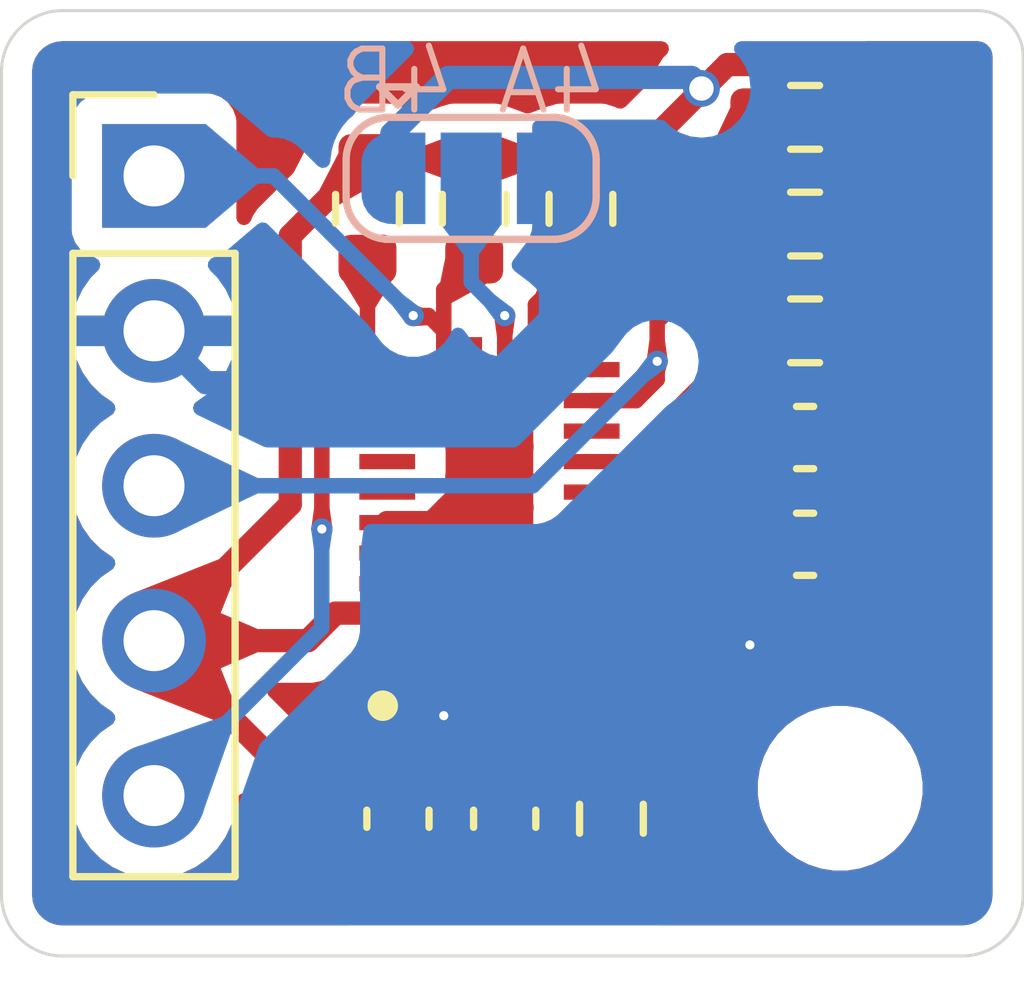
<source format=kicad_pcb>
(kicad_pcb (version 20240108) (generator "pcbnew") (generator_version "8.0")
  (layers (0 "F.Cu" signal) (31 "B.Cu" signal) (34 "B.Paste" user) (35 "F.Paste" user) (36 "B.SilkS" user "B.Silkscreen") (37 "F.SilkS" user "F.Silkscreen") (38 "B.Mask" user) (39 "F.Mask" user) (44 "Edge.Cuts" user))
  (net 0 "")
  (net 1 "GND")
  (net 2 "BNO_SCL")
  (net 3 "BNO_SDA")
  (net 4 "+3.3V")
  (net 5 "BNO_INT2")
  (net 6 "Net-(JP1-C)")
  (net 7 "Net-(U1-CAP)")
  (net 8 "Net-(U1-BOOTN)")
  (net 9 "Net-(U1-NRST)")
  (net 10 "Net-(U1-ENV_SCL)")
  (net 11 "Net-(U1-ENV_SDA)")
  (footprint "Resistor_SMD:R_0603_1608Metric" (layer "F.Cu") (at 101.15 97.6 -90)
    (property "Reference" "R4" (hide yes))
    (property "Value" "2.2k")
    (fp_line (start -0.237258 0.5225) (end 0.237258 0.5225) (stroke (width 0.12)) (layer "F.SilkS"))
    (fp_line (start -0.237258 -0.5225) (end 0.237258 -0.5225) (stroke (width 0.12)) (layer "F.SilkS"))
    (pad "1" smd roundrect (at -0.825 0 270) (size 0.8 0.95) (layers "F.Cu" "F.Paste" "F.Mask") (net 4 "+3.3V"))
    (pad "2" smd roundrect (at 0.825 0 270) (size 0.8 0.95) (layers "F.Cu" "F.Paste" "F.Mask") (net 2 "BNO_SCL"))
  )
  (footprint "Resistor_SMD:R_0603_1608Metric" (layer "F.Cu") (at 106.575 99.6)
    (property "Reference" "R2" (hide yes))
    (property "Value" "10k" (hide yes))
    (fp_line (start -0.237258 -0.5225) (end 0.237258 -0.5225) (stroke (width 0.12)) (layer "F.SilkS"))
    (fp_line (start -0.237258 0.5225) (end 0.237258 0.5225) (stroke (width 0.12)) (layer "F.SilkS"))
    (pad "1" smd roundrect (at -0.825 0) (size 0.8 0.95) (layers "F.Cu" "F.Paste" "F.Mask") (net 9 "Net-(U1-NRST)"))
    (pad "2" smd roundrect (at 0.825 0) (size 0.8 0.95) (layers "F.Cu" "F.Paste" "F.Mask") (net 4 "+3.3V"))
  )
  (footprint "Connector_PinHeader_2.54mm:PinHeader_1x05_P2.54mm_Vertical" (layer "F.Cu") (at 95.9 97.06)
    (property "Reference" "J1" (hide yes))
    (property "Value" "Conn_01x05" (hide yes))
    (fp_line (start -1.33 -1.33) (end 0 -1.33) (stroke (width 0.12)) (layer "F.SilkS"))
    (fp_line (start -1.33 0) (end -1.33 -1.33) (stroke (width 0.12)) (layer "F.SilkS"))
    (fp_line (start -1.33 1.27) (end -1.33 11.49) (stroke (width 0.12)) (layer "F.SilkS"))
    (fp_line (start -1.33 1.27) (end 1.33 1.27) (stroke (width 0.12)) (layer "F.SilkS"))
    (fp_line (start -1.33 11.49) (end 1.33 11.49) (stroke (width 0.12)) (layer "F.SilkS"))
    (fp_line (start 1.33 1.27) (end 1.33 11.49) (stroke (width 0.12)) (layer "F.SilkS"))
    (pad "1" thru_hole rect (at 0 0) (size 1.7 1.7) (drill 1) (layers "*.Cu" "*.Mask") (net 2 "BNO_SCL"))
    (pad "2" thru_hole oval (at 0 2.54) (size 1.7 1.7) (drill 1) (layers "*.Cu" "*.Mask") (net 1 "GND"))
    (pad "3" thru_hole oval (at 0 5.08) (size 1.7 1.7) (drill 1) (layers "*.Cu" "*.Mask") (net 5 "BNO_INT2"))
    (pad "4" thru_hole oval (at 0 7.62) (size 1.7 1.7) (drill 1) (layers "*.Cu" "*.Mask") (net 4 "+3.3V"))
    (pad "5" thru_hole oval (at 0 10.16) (size 1.7 1.7) (drill 1) (layers "*.Cu" "*.Mask") (net 3 "BNO_SDA"))
  )
  (footprint "Resistor_SMD:R_0603_1608Metric" (layer "F.Cu") (at 106.575 97.85 180)
    (property "Reference" "R5" (hide yes))
    (property "Value" "10k" (hide yes))
    (fp_line (start -0.237258 0.5225) (end 0.237258 0.5225) (stroke (width 0.12)) (layer "F.SilkS"))
    (fp_line (start -0.237258 -0.5225) (end 0.237258 -0.5225) (stroke (width 0.12)) (layer "F.SilkS"))
    (pad "1" smd roundrect (at -0.825 0 180) (size 0.8 0.95) (layers "F.Cu" "F.Paste" "F.Mask") (net 4 "+3.3V"))
    (pad "2" smd roundrect (at 0.825 0 180) (size 0.8 0.95) (layers "F.Cu" "F.Paste" "F.Mask") (net 5 "BNO_INT2"))
  )
  (footprint "Resistor_SMD:R_0603_1608Metric" (layer "F.Cu") (at 106.575 96.1)
    (property "Reference" "R6" (hide yes))
    (property "Value" "2.2k" (hide yes))
    (fp_line (start -0.237258 -0.5225) (end 0.237258 -0.5225) (stroke (width 0.12)) (layer "F.SilkS"))
    (fp_line (start -0.237258 0.5225) (end 0.237258 0.5225) (stroke (width 0.12)) (layer "F.SilkS"))
    (pad "1" smd roundrect (at -0.825 0) (size 0.8 0.95) (layers "F.Cu" "F.Paste" "F.Mask") (net 10 "Net-(U1-ENV_SCL)"))
    (pad "2" smd roundrect (at 0.825 0) (size 0.8 0.95) (layers "F.Cu" "F.Paste" "F.Mask") (net 4 "+3.3V"))
  )
  (footprint "Capacitor_SMD:C_0603_1608Metric" (layer "F.Cu") (at 106.575 101.35 180)
    (property "Reference" "C1" (hide yes))
    (property "Value" "0.1uF" (hide yes))
    (fp_line (start -0.14058 0.51) (end 0.14058 0.51) (stroke (width 0.12)) (layer "F.SilkS"))
    (fp_line (start -0.14058 -0.51) (end 0.14058 -0.51) (stroke (width 0.12)) (layer "F.SilkS"))
    (pad "1" smd roundrect (at -0.775 0 180) (size 0.9 0.95) (layers "F.Cu" "F.Paste" "F.Mask") (net 1 "GND"))
    (pad "2" smd roundrect (at 0.775 0 180) (size 0.9 0.95) (layers "F.Cu" "F.Paste" "F.Mask") (net 4 "+3.3V"))
  )
  (footprint "Resistor_SMD:R_0603_1608Metric" (layer "F.Cu") (at 99.4 97.6 -90)
    (property "Reference" "R3" (hide yes))
    (property "Value" "2.2k")
    (fp_line (start -0.237258 0.5225) (end 0.237258 0.5225) (stroke (width 0.12)) (layer "F.SilkS"))
    (fp_line (start -0.237258 -0.5225) (end 0.237258 -0.5225) (stroke (width 0.12)) (layer "F.SilkS"))
    (pad "1" smd roundrect (at -0.825 0 270) (size 0.8 0.95) (layers "F.Cu" "F.Paste" "F.Mask") (net 4 "+3.3V"))
    (pad "2" smd roundrect (at 0.825 0 270) (size 0.8 0.95) (layers "F.Cu" "F.Paste" "F.Mask") (net 3 "BNO_SDA"))
  )
  (footprint "Resistor_SMD:R_0603_1608Metric" (layer "F.Cu") (at 102.9 97.6 90)
    (property "Reference" "R7" (hide yes))
    (property "Value" "2.2k")
    (fp_line (start -0.237258 -0.5225) (end 0.237258 -0.5225) (stroke (width 0.12)) (layer "F.SilkS"))
    (fp_line (start -0.237258 0.5225) (end 0.237258 0.5225) (stroke (width 0.12)) (layer "F.SilkS"))
    (pad "1" smd roundrect (at -0.825 0 90) (size 0.8 0.95) (layers "F.Cu" "F.Paste" "F.Mask") (net 11 "Net-(U1-ENV_SDA)"))
    (pad "2" smd roundrect (at 0.825 0 90) (size 0.8 0.95) (layers "F.Cu" "F.Paste" "F.Mask") (net 4 "+3.3V"))
  )
  (footprint "BNO_BreakOut:updatedBNO" (layer "F.Cu") (at 99.9268 103.894)
    (property "Reference" "U1" (hide yes))
    (property "Value" "BNO085" (hide yes))
    (fp_circle (center -0.27587 1.853) (end -0.27587 1.728) (stroke (width 0.25)) (fill none) (layer "F.SilkS"))
    (pad "1" smd rect (at -0.2032 0.8504 90) (size 0.25 0.9144) (layers "F.Cu" "F.Paste" "F.Mask"))
    (pad "2" smd rect (at 0.72413 1.0414 180) (size 0.25 0.8128) (layers "F.Cu" "F.Paste" "F.Mask") (net 1 "GND"))
    (pad "3" smd rect (at 1.2272 1.0414 180) (size 0.25 0.8128) (layers "F.Cu" "F.Paste" "F.Mask") (net 4 "+3.3V"))
    (pad "4" smd rect (at 1.7272 1.0414 180) (size 0.25 0.8128) (layers "F.Cu" "F.Paste" "F.Mask") (net 8 "Net-(U1-BOOTN)"))
    (pad "5" smd rect (at 2.22719 1.0414 180) (size 0.25 0.8128) (layers "F.Cu" "F.Paste" "F.Mask") (net 1 "GND"))
    (pad "6" smd rect (at 3.1496 0.8504 270) (size 0.25 0.9144) (layers "F.Cu" "F.Paste" "F.Mask") (net 1 "GND"))
    (pad "7" smd rect (at 3.1496 0.3504 270) (size 0.25 0.9144) (layers "F.Cu" "F.Paste" "F.Mask"))
    (pad "8" smd rect (at 3.1496 -0.1496 270) (size 0.25 0.9144) (layers "F.Cu" "F.Paste" "F.Mask"))
    (pad "9" smd rect (at 3.1496 -0.6496 270) (size 0.25 0.9144) (layers "F.Cu" "F.Paste" "F.Mask") (net 7 "Net-(U1-CAP)"))
    (pad "10" smd rect (at 3.1496 -1.1496 270) (size 0.25 0.9144) (layers "F.Cu" "F.Paste" "F.Mask") (net 4 "+3.3V"))
    (pad "11" smd rect (at 3.1496 -1.6496 270) (size 0.25 0.9144) (layers "F.Cu" "F.Paste" "F.Mask") (net 9 "Net-(U1-NRST)"))
    (pad "12" smd rect (at 3.1496 -2.1496 270) (size 0.25 0.9144) (layers "F.Cu" "F.Paste" "F.Mask"))
    (pad "13" smd rect (at 3.1496 -2.6496 270) (size 0.25 0.9144) (layers "F.Cu" "F.Paste" "F.Mask"))
    (pad "14" smd rect (at 3.1496 -3.1496 270) (size 0.25 0.9144) (layers "F.Cu" "F.Paste" "F.Mask") (net 5 "BNO_INT2"))
    (pad "15" smd rect (at 3.1496 -3.6576 270) (size 0.25 0.9144) (layers "F.Cu" "F.Paste" "F.Mask") (net 10 "Net-(U1-ENV_SCL)"))
    (pad "16" smd rect (at 2.2272 -3.7846) (size 0.25 0.8128) (layers "F.Cu" "F.Paste" "F.Mask") (net 11 "Net-(U1-ENV_SDA)"))
    (pad "17" smd rect (at 1.7272 -3.7846) (size 0.25 0.8128) (layers "F.Cu" "F.Paste" "F.Mask") (net 6 "Net-(JP1-C)"))
    (pad "18" smd rect (at 1.2272 -3.7846) (size 0.25 0.8128) (layers "F.Cu" "F.Paste" "F.Mask") (net 1 "GND"))
    (pad "19" smd rect (at 0.72413 -3.7846) (size 0.25 0.8128) (layers "F.Cu" "F.Paste" "F.Mask") (net 2 "BNO_SCL"))
    (pad "20" smd rect (at -0.2032 -3.6576 90) (size 0.25 0.9144) (layers "F.Cu" "F.Paste" "F.Mask") (net 3 "BNO_SDA"))
    (pad "21" smd rect (at -0.2032 -3.1496 90) (size 0.25 0.9144) (layers "F.Cu" "F.Paste" "F.Mask"))
    (pad "22" smd rect (at -0.2032 -2.6496 90) (size 0.25 0.9144) (layers "F.Cu" "F.Paste" "F.Mask"))
    (pad "23" smd rect (at -0.2032 -2.1496 90) (size 0.25 0.9144) (layers "F.Cu" "F.Paste" "F.Mask"))
    (pad "24" smd rect (at -0.2032 -1.6496 90) (size 0.25 0.9144) (layers "F.Cu" "F.Paste" "F.Mask"))
    (pad "25" smd rect (at -0.2032 -1.1496 90) (size 0.25 0.9144) (layers "F.Cu" "F.Paste" "F.Mask") (net 1 "GND"))
    (pad "26" smd rect (at -0.2032 -0.6496 90) (size 0.25 0.9144) (layers "F.Cu" "F.Paste" "F.Mask") (net 1 "GND"))
    (pad "27" smd rect (at -0.2032 -0.1496 90) (size 0.25 0.9144) (layers "F.Cu" "F.Paste" "F.Mask"))
    (pad "28" smd rect (at -0.2032 0.3504 90) (size 0.25 0.9144) (layers "F.Cu" "F.Paste" "F.Mask") (net 4 "+3.3V"))
  )
  (footprint "Capacitor_SMD:C_0603_1608Metric" (layer "F.Cu") (at 99.9 107.6 -90)
    (property "Reference" "C2" (hide yes))
    (property "Value" "0.1uF" (hide yes))
    (fp_line (start -0.14058 0.51) (end 0.14058 0.51) (stroke (width 0.12)) (layer "F.SilkS"))
    (fp_line (start -0.14058 -0.51) (end 0.14058 -0.51) (stroke (width 0.12)) (layer "F.SilkS"))
    (pad "1" smd roundrect (at -0.775 0 270) (size 0.9 0.95) (layers "F.Cu" "F.Paste" "F.Mask") (net 1 "GND"))
    (pad "2" smd roundrect (at 0.775 0 270) (size 0.9 0.95) (layers "F.Cu" "F.Paste" "F.Mask") (net 4 "+3.3V"))
  )
  (footprint "Capacitor_SMD:C_0603_1608Metric" (layer "F.Cu") (at 106.575 103.1 180)
    (property "Reference" "C4" (hide yes))
    (property "Value" "0.1uF" (hide yes))
    (fp_line (start -0.14058 0.51) (end 0.14058 0.51) (stroke (width 0.12)) (layer "F.SilkS"))
    (fp_line (start -0.14058 -0.51) (end 0.14058 -0.51) (stroke (width 0.12)) (layer "F.SilkS"))
    (pad "1" smd roundrect (at -0.775 0 180) (size 0.9 0.95) (layers "F.Cu" "F.Paste" "F.Mask") (net 1 "GND"))
    (pad "2" smd roundrect (at 0.775 0 180) (size 0.9 0.95) (layers "F.Cu" "F.Paste" "F.Mask") (net 7 "Net-(U1-CAP)"))
  )
  (footprint "MountingHole:MountingHole_2.2mm_M2" (layer "F.Cu") (at 107.15 107.1)
    (property "Reference" "REF**" (hide yes))
    (property "Value" "MountingHole_2.2mm_M2" (hide yes))
    (pad "" np_thru_hole circle (at 0 0) (size 2.2 2.2) (drill 2.2) (layers "*.Cu" "*.Mask"))
  )
  (footprint "Resistor_SMD:R_0603_1608Metric" (layer "F.Cu") (at 103.4 107.6 90)
    (property "Reference" "R1" (hide yes))
    (property "Value" "10k" (hide yes))
    (fp_line (start -0.237258 -0.5225) (end 0.237258 -0.5225) (stroke (width 0.12)) (layer "F.SilkS"))
    (fp_line (start -0.237258 0.5225) (end 0.237258 0.5225) (stroke (width 0.12)) (layer "F.SilkS"))
    (pad "1" smd roundrect (at -0.825 0 90) (size 0.8 0.95) (layers "F.Cu" "F.Paste" "F.Mask") (net 4 "+3.3V"))
    (pad "2" smd roundrect (at 0.825 0 90) (size 0.8 0.95) (layers "F.Cu" "F.Paste" "F.Mask") (net 8 "Net-(U1-BOOTN)"))
  )
  (footprint "Capacitor_SMD:C_0603_1608Metric" (layer "F.Cu") (at 101.65 107.6 90)
    (property "Reference" "C3" (hide yes))
    (property "Value" "0.1uF" (hide yes))
    (fp_line (start -0.14058 -0.51) (end 0.14058 -0.51) (stroke (width 0.12)) (layer "F.SilkS"))
    (fp_line (start -0.14058 0.51) (end 0.14058 0.51) (stroke (width 0.12)) (layer "F.SilkS"))
    (pad "1" smd roundrect (at -0.775 0 90) (size 0.9 0.95) (layers "F.Cu" "F.Paste" "F.Mask") (net 4 "+3.3V"))
    (pad "2" smd roundrect (at 0.775 0 90) (size 0.9 0.95) (layers "F.Cu" "F.Paste" "F.Mask") (net 1 "GND"))
  )
  (footprint "Jumper:SolderJumper-3_P1.3mm_Open_RoundedPad1.0x1.5mm" (layer "B.Cu") (at 101.1 97.1)
    (property "Reference" "JP1" (hide yes))
    (property "Value" "Jumper_3_Open")
    (fp_line (start -2.05 0.3) (end -2.05 -0.3) (stroke (width 0.12)) (layer "B.SilkS"))
    (fp_line (start -1.5 -1.5) (end -1.2 -1.2) (stroke (width 0.12)) (layer "B.SilkS"))
    (fp_line (start -1.4 -1) (end 1.4 -1) (stroke (width 0.12)) (layer "B.SilkS"))
    (fp_line (start -0.9 -1.5) (end -1.5 -1.5) (stroke (width 0.12)) (layer "B.SilkS"))
    (fp_line (start -0.9 -1.5) (end -1.2 -1.2) (stroke (width 0.12)) (layer "B.SilkS"))
    (fp_line (start 1.4 1) (end -1.4 1) (stroke (width 0.12)) (layer "B.SilkS"))
    (fp_line (start 2.05 -0.3) (end 2.05 0.3) (stroke (width 0.12)) (layer "B.SilkS"))
    (fp_arc (start -2.05 -0.3) (mid -1.844975 -0.794975) (end -1.35 -1) (stroke (width 0.12)) (layer "B.SilkS"))
    (fp_arc (start -1.35 1) (mid -1.844975 0.794975) (end -2.05 0.3) (stroke (width 0.12)) (layer "B.SilkS"))
    (fp_arc (start 1.35 -1) (mid 1.844975 -0.794975) (end 2.05 -0.3) (stroke (width 0.12)) (layer "B.SilkS"))
    (fp_arc (start 2.05 0.3) (mid 1.844975 0.794975) (end 1.35 1) (stroke (width 0.12)) (layer "B.SilkS"))
    (pad "1" smd custom (at -1.3 0) (size 1 0.5) (layers "B.Cu" "B.Mask") (net 4 "+3.3V") (options (clearance outline) (anchor rect)) (primitives (gr_circle (center 0 -0.25) (end 0.5 -0.25) (width 0) (fill yes)) (gr_circle (center 0 0.25) (end 0.5 0.25) (width 0) (fill yes)) (gr_poly (pts (xy 0.55 -0.75) (xy 0 -0.75) (xy 0 0.75) (xy 0.55 0.75)) (width 0) (fill yes))))
    (pad "2" smd rect (at 0 0) (size 1 1.5) (layers "B.Cu" "B.Mask") (net 6 "Net-(JP1-C)"))
    (pad "3" smd custom (at 1.3 0) (size 1 0.5) (layers "B.Cu" "B.Mask") (net 1 "GND") (options (clearance outline) (anchor rect)) (primitives (gr_circle (center 0 -0.25) (end 0.5 -0.25) (width 0) (fill yes)) (gr_circle (center 0 0.25) (end 0.5 0.25) (width 0) (fill yes)) (gr_poly (pts (xy 0 -0.75) (xy -0.55 -0.75) (xy -0.55 0.75) (xy 0 0.75)) (width 0) (fill yes))))
  )
  (gr_arc (start 93.4 95.35) (mid 93.692893 94.642893) (end 94.4 94.35) (stroke (width 0.05)) (layer "Edge.Cuts"))
  (gr_arc (start 94.4 109.85) (mid 93.692893 109.557107) (end 93.4 108.85) (stroke (width 0.05)) (layer "Edge.Cuts"))
  (gr_line (start 109.4 94.35) (end 94.4 94.35) (stroke (width 0.05)) (layer "Edge.Cuts"))
  (gr_line (start 93.4 95.35) (end 93.4 108.85) (stroke (width 0.05)) (layer "Edge.Cuts"))
  (gr_arc (start 110.15 108.85) (mid 109.857107 109.557107) (end 109.15 109.85) (stroke (width 0.05)) (layer "Edge.Cuts"))
  (gr_arc (start 109.4 94.35) (mid 109.93033 94.56967) (end 110.15 95.1) (stroke (width 0.05)) (layer "Edge.Cuts"))
  (gr_line (start 110.15 108.85) (end 110.15 95.1) (stroke (width 0.05)) (layer "Edge.Cuts"))
  (gr_line (start 94.4 109.85) (end 109.15 109.85) (stroke (width 0.05)) (layer "Edge.Cuts"))
  (gr_text "4B" (at 100.9 96.1 0) (layer "B.SilkS") (effects (font (size 1 1) (thickness 0.1)) (justify left bottom mirror)))
  (gr_text "4A" (at 103.4 96.1 0) (layer "B.SilkS") (effects (font (size 1 1) (thickness 0.1)) (justify left bottom mirror)))
  (segment (start 99.7236 102.7444) (end 100.4598 102.7444) (width 0.381) (layer "F.Cu") (net 1))
  (segment (start 100.65093 104.9354) (end 100.65093 105.91) (width 0.254) (layer "F.Cu") (net 1))
  (segment (start 102.15399 104.24999) (end 102.15399 104.9354) (width 0.254) (layer "F.Cu") (net 1))
  (segment (start 102.8854 104.9354) (end 103.0764 104.7444) (width 0.381) (layer "F.Cu") (net 1))
  (segment (start 100.65093 106.07407) (end 99.9 106.825) (width 0.254) (layer "F.Cu") (net 1))
  (segment (start 99.7236 103.2444) (end 99.7236 102.7444) (width 0.381) (layer "F.Cu") (net 1))
  (segment (start 100.4598 102.7444) (end 100.6921 102.5121) (width 0.254) (layer "F.Cu") (net 1))
  (segment (start 99.7236 103.2444) (end 99.9598 103.2444) (width 0.254) (layer "F.Cu") (net 1))
  (segment (start 100.89907 106.07407) (end 101.65 106.825) (width 0.254) (layer "F.Cu") (net 1))
  (segment (start 100.6921 102.5121) (end 101.154 102.0502) (width 0.381) (layer "F.Cu") (net 1))
  (segment (start 101.154 102.0502) (end 101.154 103.25) (width 0.381) (layer "F.Cu") (net 1))
  (segment (start 102.15399 104.9354) (end 102.8854 104.9354) (width 0.381) (layer "F.Cu") (net 1))
  (segment (start 107.35 103.1) (end 107.35 101.35) (width 0.381) (layer "F.Cu") (net 1))
  (segment (start 101.154 102.0502) (end 101.154 100.1094) (width 0.381) (layer "F.Cu") (net 1))
  (segment (start 103.0764 104.7444) (end 105.7056 104.7444) (width 0.381) (layer "F.Cu") (net 1))
  (segment (start 100.65093 106.07407) (end 100.89907 106.07407) (width 0.254) (layer "F.Cu") (net 1))
  (segment (start 101.154 103.25) (end 102.15399 104.24999) (width 0.381) (layer "F.Cu") (net 1))
  (segment (start 105.7056 104.7444) (end 107.35 103.1) (width 0.381) (layer "F.Cu") (net 1))
  (segment (start 99.9598 103.2444) (end 100.6921 102.5121) (width 0.381) (layer "F.Cu") (net 1))
  (segment (start 100.65093 105.91) (end 100.65093 106.07407) (width 0.254) (layer "F.Cu") (net 1))
  (via (at 100.65093 105.91) (size 0.35) (drill 0.15) (layers "F.Cu" "B.Cu") (net 1))
  (via (at 105.67 104.75) (size 0.35) (drill 0.15) (layers "F.Cu" "B.Cu") (net 1))
  (segment (start 102.4 99.399738) (end 101.349738 100.45) (width 0.381) (layer "B.Cu") (net 1))
  (segment (start 100.65093 105.91) (end 104.51 105.91) (width 0.254) (layer "B.Cu") (net 1))
  (segment (start 104.51 105.91) (end 105.67 104.75) (width 0.254) (layer "B.Cu") (net 1))
  (segment (start 102.4 97.1) (end 102.4 99.399738) (width 0.381) (layer "B.Cu") (net 1))
  (segment (start 101.349738 100.45) (end 96.75 100.45) (width 0.381) (layer "B.Cu") (net 1))
  (segment (start 96.75 100.45) (end 95.9 99.6) (width 0.381) (layer "B.Cu") (net 1))
  (segment (start 100.40093 99.35) (end 100.65093 99.6) (width 0.254) (layer "F.Cu") (net 2))
  (segment (start 100.65093 98.92407) (end 100.65093 99.6) (width 0.254) (layer "F.Cu") (net 2))
  (segment (start 100.15 99.35) (end 100.40093 99.35) (width 0.254) (layer "F.Cu") (net 2))
  (segment (start 101.15 98.425) (end 100.65093 98.92407) (width 0.254) (layer "F.Cu") (net 2))
  (segment (start 100.65093 99.6) (end 100.65093 100.1094) (width 0.254) (layer "F.Cu") (net 2))
  (via (at 100.15 99.35) (size 0.35) (drill 0.15) (layers "F.Cu" "B.Cu") (net 2))
  (segment (start 97.86 97.06) (end 100.15 99.35) (width 0.254) (layer "B.Cu") (net 2))
  (segment (start 95.9 97.06) (end 97.86 97.06) (width 0.254) (layer "B.Cu") (net 2))
  (segment (start 98.9954 100.2364) (end 99.7236 100.2364) (width 0.254) (layer "F.Cu") (net 3))
  (segment (start 98.652 100.5798) (end 98.9954 100.2364) (width 0.254) (layer "F.Cu") (net 3))
  (segment (start 99.4 99.9128) (end 99.7236 100.2364) (width 0.254) (layer "F.Cu") (net 3))
  (segment (start 98.652 102.85) (end 98.652 100.5798) (width 0.254) (layer "F.Cu") (net 3))
  (segment (start 99.4 98.425) (end 99.4 99.9128) (width 0.254) (layer "F.Cu") (net 3))
  (via (at 98.652 102.85) (size 0.35) (drill 0.15) (layers "F.Cu" "B.Cu") (net 3))
  (segment (start 98.65 102.85) (end 98.652 102.85) (width 0.254) (layer "B.Cu") (net 3))
  (segment (start 95.9 107.22) (end 98.65 104.47) (width 0.254) (layer "B.Cu") (net 3))
  (segment (start 98.65 104.47) (end 98.65 102.85) (width 0.254) (layer "B.Cu") (net 3))
  (segment (start 98.8914 104.2444) (end 98.8759 104.2289) (width 0.254) (layer "F.Cu") (net 4))
  (segment (start 98.1345 102.4455) (end 98.1345 98.0405) (width 0.381) (layer "F.Cu") (net 4))
  (segment (start 106.5345 95.2345) (end 107.4 96.1) (width 0.381) (layer "F.Cu") (net 4))
  (segment (start 98.4248 104.68) (end 98.8759 104.2289) (width 0.381) (layer "F.Cu") (net 4))
  (segment (start 101.65 108.375) (end 103.35 108.375) (width 0.381) (layer "F.Cu") (net 4))
  (segment (start 99.7081 104.2289) (end 99.7236 104.2444) (width 0.254) (layer "F.Cu") (net 4))
  (segment (start 102.9 96.775) (end 103.759364 96.775) (width 0.381) (layer "F.Cu") (net 4))
  (segment (start 101.154 104.9354) (end 101.154 104.25307) (width 0.381) (layer "F.Cu") (net 4))
  (segment (start 95.9 104.68) (end 98.4248 104.68) (width 0.381) (layer "F.Cu") (net 4))
  (segment (start 101.65 108.375) (end 99.9 108.375) (width 0.381) (layer "F.Cu") (net 4))
  (segment (start 107.4 99.75) (end 105.8 101.35) (width 0.381) (layer "F.Cu") (net 4))
  (segment (start 99.7236 104.2444) (end 100.0444 104.2444) (width 0.254) (layer "F.Cu") (net 4))
  (segment (start 101.10293 104.202) (end 99.766 104.202) (width 0.381) (layer "F.Cu") (net 4))
  (segment (start 101.154 104.25307) (end 101.10293 104.202) (width 0.254) (layer "F.Cu") (net 4))
  (segment (start 105.8 101.35) (end 105.8 101.2) (width 0.254) (layer "F.Cu") (net 4))
  (segment (start 98.1345 98.0405) (end 99.4 96.775) (width 0.381) (layer "F.Cu") (net 4))
  (segment (start 103.759364 96.775) (end 105.299864 95.2345) (width 0.381) (layer "F.Cu") (net 4))
  (segment (start 99.766 104.202) (end 99.7236 104.2444) (width 0.254) (layer "F.Cu") (net 4))
  (segment (start 105.8 101.35) (end 104.4056 102.7444) (width 0.381) (layer "F.Cu") (net 4))
  (segment (start 101.15 96.775) (end 102.9 96.775) (width 0.381) (layer "F.Cu") (net 4))
  (segment (start 98.8759 104.2289) (end 99.7081 104.2289) (width 0.381) (layer "F.Cu") (net 4))
  (segment (start 107.4 96.1) (end 107.4 97.85) (width 0.381) (layer "F.Cu") (net 4))
  (segment (start 103.35 108.375) (end 103.4 108.425) (width 0.381) (layer "F.Cu") (net 4))
  (segment (start 105.299864 95.2345) (end 106.5345 95.2345) (width 0.381) (layer "F.Cu") (net 4))
  (segment (start 107.4 99.6) (end 107.4 97.85) (width 0.381) (layer "F.Cu") (net 4))
  (segment (start 95.9 104.68) (end 98.1345 102.4455) (width 0.381) (layer "F.Cu") (net 4))
  (segment (start 95.9 104.68) (end 99.595 108.375) (width 0.381) (layer "F.Cu") (net 4))
  (segment (start 107.4 99.6) (end 107.4 99.75) (width 0.381) (layer "F.Cu") (net 4))
  (segment (start 99.4 96.775) (end 101.15 96.775) (width 0.381) (layer "F.Cu") (net 4))
  (segment (start 99.595 108.375) (end 99.9 108.375) (width 0.381) (layer "F.Cu") (net 4))
  (segment (start 104.4056 102.7444) (end 103.0764 102.7444) (width 0.381) (layer "F.Cu") (net 4))
  (via (at 104.876205 95.62701) (size 0.6) (drill 0.4) (layers "F.Cu" "B.Cu") (net 4))
  (segment (start 99.8 96.369) (end 100.723 95.446) (width 0.381) (layer "B.Cu") (net 4))
  (segment (start 104.714 95.446) (end 104.876205 95.608205) (width 0.381) (layer "B.Cu") (net 4))
  (segment (start 100.723 95.446) (end 104.714 95.446) (width 0.381) (layer "B.Cu") (net 4))
  (segment (start 104.876205 95.608205) (end 104.876205 95.62701) (width 0.381) (layer "B.Cu") (net 4))
  (segment (start 99.8 97.1) (end 99.8 96.369) (width 0.381) (layer "B.Cu") (net 4))
  (segment (start 103.8046 100.7444) (end 103.0764 100.7444) (width 0.254) (layer "F.Cu") (net 5))
  (segment (start 104.15 100.1) (end 104.15 100.399) (width 0.254) (layer "F.Cu") (net 5))
  (segment (start 105.75 97.85) (end 105.6444 97.7444) (width 0.254) (layer "F.Cu") (net 5))
  (segment (start 104.15 99.45) (end 105.75 97.85) (width 0.254) (layer "F.Cu") (net 5))
  (segment (start 96.23 102.14) (end 96.45 101.92) (width 0.254) (layer "F.Cu") (net 5))
  (segment (start 104.15 100.399) (end 103.8046 100.7444) (width 0.254) (layer "F.Cu") (net 5))
  (segment (start 104.15 100.1) (end 104.15 99.45) (width 0.254) (layer "F.Cu") (net 5))
  (via (at 104.15 100.1) (size 0.35) (drill 0.15) (layers "F.Cu" "B.Cu") (net 5))
  (segment (start 95.9 102.14) (end 102.11 102.14) (width 0.254) (layer "B.Cu") (net 5))
  (segment (start 102.11 102.14) (end 104.15 100.1) (width 0.254) (layer "B.Cu") (net 5))
  (segment (start 101.65 100.1054) (end 101.654 100.1094) (width 0.254) (layer "F.Cu") (net 6))
  (segment (start 101.65 99.35) (end 101.65 100.1054) (width 0.254) (layer "F.Cu") (net 6))
  (via (at 101.65 99.35) (size 0.35) (drill 0.15) (layers "F.Cu" "B.Cu") (net 6))
  (segment (start 101.1 98.8) (end 101.65 99.35) (width 0.254) (layer "B.Cu") (net 6))
  (segment (start 101.1 97.1) (end 101.1 98.8) (width 0.254) (layer "B.Cu") (net 6))
  (segment (start 103.0764 103.2444) (end 105.6556 103.2444) (width 0.254) (layer "F.Cu") (net 7))
  (segment (start 105.6556 103.2444) (end 105.8 103.1) (width 0.254) (layer "F.Cu") (net 7))
  (segment (start 103.4 106.775) (end 102.2938 105.6688) (width 0.254) (layer "F.Cu") (net 8))
  (segment (start 101.654 105.62081) (end 101.654 104.9354) (width 0.254) (layer "F.Cu") (net 8))
  (segment (start 101.70199 105.6688) (end 101.654 105.62081) (width 0.254) (layer "F.Cu") (net 8))
  (segment (start 102.2938 105.6688) (end 101.70199 105.6688) (width 0.254) (layer "F.Cu") (net 8))
  (segment (start 103.8606 102.1964) (end 103.8126 102.2444) (width 0.254) (layer "F.Cu") (net 9))
  (segment (start 103.8606 101.4894) (end 103.8606 102.1964) (width 0.254) (layer "F.Cu") (net 9))
  (segment (start 103.8126 102.2444) (end 103.0764 102.2444) (width 0.254) (layer "F.Cu") (net 9))
  (segment (start 105.75 99.6) (end 103.8606 101.4894) (width 0.254) (layer "F.Cu") (net 9))
  (segment (start 103.0764 100.2364) (end 103.0764 99.6736) (width 0.254) (layer "F.Cu") (net 10))
  (segment (start 103.0764 99.6736) (end 105.023 97.727) (width 0.254) (layer "F.Cu") (net 10))
  (segment (start 105.023 96.827) (end 105.75 96.1) (width 0.254) (layer "F.Cu") (net 10))
  (segment (start 105.023 97.727) (end 105.023 96.827) (width 0.254) (layer "F.Cu") (net 10))
  (segment (start 102.9 98.425) (end 102.154 99.171) (width 0.254) (layer "F.Cu") (net 11))
  (segment (start 102.154 99.171) (end 102.154 100.1094) (width 0.254) (layer "F.Cu") (net 11))
  (zone (net 1) (net_name "GND") (layers "F&B.Cu") (connect_pads thru_hole_only (clearance 0.5)) (min_thickness 0.25) (fill yes (thermal_gap 0.5) (thermal_bridge_width 0.5))
    (polygon (pts (xy 93.538 94.43) (xy 93.538 110.686) (xy 110.048 110.686) (xy 110.048 94.176)))
  )
)
</source>
